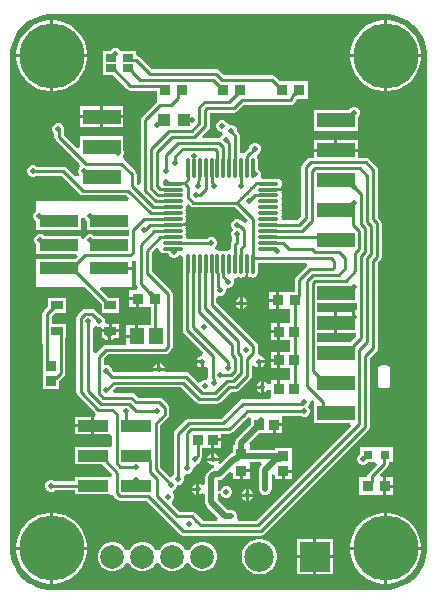
<source format=gtl>
G04*
G04 #@! TF.GenerationSoftware,Altium Limited,Altium Designer,24.9.1 (31)*
G04*
G04 Layer_Physical_Order=1*
G04 Layer_Color=255*
%FSLAX44Y44*%
%MOMM*%
G71*
G04*
G04 #@! TF.SameCoordinates,573C6FB0-CD79-483D-94B5-B6DABAD4C9EF*
G04*
G04*
G04 #@! TF.FilePolarity,Positive*
G04*
G01*
G75*
%ADD12C,0.5080*%
%ADD16C,0.2540*%
%ADD18O,0.3000X1.8000*%
%ADD19O,1.8000X0.3000*%
%ADD20R,3.1800X1.2700*%
%ADD21R,0.9121X0.9581*%
%ADD22R,0.8500X0.9000*%
%ADD23R,0.9000X0.8500*%
%ADD24R,0.9350X0.9621*%
%ADD25R,0.8500X0.6500*%
%ADD26R,0.9906X0.7112*%
%ADD27R,2.5000X1.0000*%
%ADD28R,3.3000X1.0200*%
%ADD29R,1.3046X1.4562*%
%ADD30R,0.9581X0.9121*%
%ADD31R,1.0637X1.0621*%
%ADD32R,0.8000X0.8000*%
%ADD45C,0.5000*%
%ADD46R,2.5000X2.5000*%
%ADD47C,2.0000*%
%ADD48C,5.5000*%
%ADD49C,2.5000*%
G36*
X495751Y608857D02*
X498010D01*
X502490Y608268D01*
X506854Y607098D01*
X511028Y605369D01*
X514941Y603110D01*
X518526Y600359D01*
X521720Y597164D01*
X524471Y593580D01*
X526730Y589667D01*
X528459Y585493D01*
X529628Y581129D01*
X530218Y576649D01*
Y574390D01*
X530300D01*
X530300Y156429D01*
X530300Y156429D01*
X530300D01*
X530274Y153900D01*
X529719Y149690D01*
X528550Y145326D01*
X526821Y141152D01*
X524562Y137239D01*
X521811Y133654D01*
X518616Y130459D01*
X515032Y127709D01*
X511119Y125450D01*
X506945Y123721D01*
X502580Y122551D01*
X498101Y121962D01*
X495842D01*
Y121920D01*
X210008D01*
X205529Y122510D01*
X201164Y123679D01*
X196990Y125408D01*
X193077Y127667D01*
X189493Y130418D01*
X186298Y133613D01*
X183547Y137197D01*
X181288Y141110D01*
X179559Y145284D01*
X178390Y149649D01*
X177800Y154128D01*
Y156387D01*
X177800Y574436D01*
X177830D01*
Y576695D01*
X178420Y581175D01*
X179589Y585539D01*
X181318Y589714D01*
X183578Y593626D01*
X186328Y597211D01*
X189523Y600406D01*
X193107Y603156D01*
X197020Y605415D01*
X201195Y607145D01*
X205559Y608314D01*
X209767Y608868D01*
X212298Y608890D01*
X212298Y608890D01*
X212298Y608890D01*
X495751Y608890D01*
Y608857D01*
D02*
G37*
%LPC*%
G36*
X215068Y604065D02*
X213974D01*
Y575295D01*
X242744D01*
Y576390D01*
X242004Y581060D01*
X240543Y585557D01*
X238396Y589770D01*
X235617Y593595D01*
X232274Y596939D01*
X228448Y599718D01*
X224235Y601865D01*
X219738Y603326D01*
X215068Y604065D01*
D02*
G37*
G36*
X211434D02*
X210340D01*
X205670Y603326D01*
X201173Y601865D01*
X196960Y599718D01*
X193134Y596939D01*
X189791Y593595D01*
X187012Y589770D01*
X184865Y585557D01*
X183404Y581060D01*
X182664Y576390D01*
Y575295D01*
X211434D01*
Y604065D01*
D02*
G37*
G36*
X497826Y604029D02*
X496732D01*
Y575259D01*
X525502D01*
Y576353D01*
X524762Y581024D01*
X523301Y585521D01*
X521154Y589734D01*
X518375Y593559D01*
X515032Y596903D01*
X511206Y599682D01*
X506993Y601828D01*
X502496Y603289D01*
X497826Y604029D01*
D02*
G37*
G36*
X494192D02*
X493098D01*
X488428Y603289D01*
X483931Y601828D01*
X479717Y599682D01*
X475892Y596903D01*
X472549Y593559D01*
X469769Y589734D01*
X467623Y585521D01*
X466162Y581024D01*
X465422Y576353D01*
Y575259D01*
X494192D01*
Y604029D01*
D02*
G37*
G36*
X242744Y572755D02*
X213974D01*
Y543985D01*
X215068D01*
X219738Y544725D01*
X224235Y546186D01*
X228448Y548333D01*
X232274Y551112D01*
X235617Y554456D01*
X238396Y558281D01*
X240543Y562494D01*
X242004Y566991D01*
X242744Y571661D01*
Y572755D01*
D02*
G37*
G36*
X211434D02*
X182664D01*
Y571661D01*
X183404Y566991D01*
X184865Y562494D01*
X187012Y558281D01*
X189791Y554456D01*
X193134Y551112D01*
X196960Y548333D01*
X201173Y546186D01*
X205670Y544725D01*
X210340Y543985D01*
X211434D01*
Y572755D01*
D02*
G37*
G36*
X525502Y572719D02*
X496732D01*
Y543949D01*
X497826D01*
X502496Y544689D01*
X506993Y546150D01*
X511206Y548297D01*
X515032Y551076D01*
X518375Y554420D01*
X521154Y558245D01*
X523301Y562458D01*
X524762Y566955D01*
X525502Y571625D01*
Y572719D01*
D02*
G37*
G36*
X494192D02*
X465422D01*
Y571625D01*
X466162Y566955D01*
X467623Y562458D01*
X469769Y558245D01*
X472549Y554420D01*
X475892Y551076D01*
X479717Y548297D01*
X483931Y546150D01*
X488428Y544689D01*
X493098Y543949D01*
X494192D01*
Y572719D01*
D02*
G37*
G36*
X273372Y531378D02*
X256202D01*
Y523758D01*
X273372D01*
Y531378D01*
D02*
G37*
G36*
X253662D02*
X236492D01*
Y523758D01*
X253662D01*
Y531378D01*
D02*
G37*
G36*
X273372Y521218D02*
X256202D01*
Y513598D01*
X273372D01*
Y521218D01*
D02*
G37*
G36*
X253662D02*
X236492D01*
Y513598D01*
X253662D01*
Y521218D01*
D02*
G37*
G36*
X469632Y530820D02*
X467627D01*
X465775Y530053D01*
X464357Y528635D01*
X464227Y528320D01*
X434970D01*
Y510540D01*
X471850D01*
Y521872D01*
X472903Y522925D01*
X473670Y524777D01*
Y526782D01*
X472903Y528635D01*
X471485Y530053D01*
X469632Y530820D01*
D02*
G37*
G36*
X471850Y502920D02*
X454680D01*
Y495300D01*
X471850D01*
Y502920D01*
D02*
G37*
G36*
X452140D02*
X434970D01*
Y495300D01*
X452140D01*
Y502920D01*
D02*
G37*
G36*
X267703Y580350D02*
X265697D01*
X263845Y579583D01*
X262427Y578165D01*
X262247Y577730D01*
X256470D01*
Y566150D01*
Y557650D01*
X264556D01*
X276583Y545624D01*
X277843Y544782D01*
X279329Y544486D01*
X301861D01*
Y537479D01*
X301861D01*
X301934Y534939D01*
X289383Y522388D01*
X288541Y521128D01*
X288245Y519641D01*
Y466086D01*
X285705Y464857D01*
X284555Y465758D01*
Y473588D01*
X284259Y475075D01*
X283417Y476335D01*
X274405Y485347D01*
X274052Y485583D01*
X273562Y486896D01*
X273418Y487885D01*
X273416Y487991D01*
X273511Y488622D01*
X273540Y488700D01*
X274280Y490488D01*
Y492492D01*
X273513Y494345D01*
X273372Y494486D01*
Y505978D01*
X236492D01*
Y496703D01*
X234145Y495731D01*
X222767Y507109D01*
Y509085D01*
X223480Y510807D01*
Y512812D01*
X222713Y514665D01*
X221295Y516083D01*
X219443Y516850D01*
X217437D01*
X215585Y516083D01*
X214167Y514665D01*
X213400Y512812D01*
Y510807D01*
X214167Y508955D01*
X214997Y508125D01*
Y505500D01*
X215293Y504013D01*
X216135Y502753D01*
X235981Y482907D01*
X236492Y480578D01*
X236054Y479701D01*
X235757Y479105D01*
X235488Y478454D01*
X234990Y477253D01*
Y475247D01*
X235652Y473649D01*
X235695Y473154D01*
X235535Y472533D01*
X232713Y471763D01*
X225479Y478997D01*
X224219Y479839D01*
X222732Y480135D01*
X200093D01*
X199705Y480523D01*
X197852Y481290D01*
X195847D01*
X193995Y480523D01*
X192577Y479105D01*
X191810Y477253D01*
Y475247D01*
X192577Y473395D01*
X193995Y471977D01*
X195847Y471210D01*
X197852D01*
X199705Y471977D01*
X200093Y472365D01*
X221123D01*
X236495Y456993D01*
X237755Y456151D01*
X239242Y455855D01*
X275655D01*
X278313Y453197D01*
X277341Y450850D01*
X199390D01*
Y442553D01*
X199075Y442423D01*
X197657Y441005D01*
X196890Y439152D01*
Y437147D01*
X197657Y435295D01*
X199075Y433877D01*
X199640Y433643D01*
Y426380D01*
X237720D01*
Y436689D01*
X240070Y437147D01*
X240837Y435295D01*
X242255Y433877D01*
X242340Y433842D01*
Y426380D01*
X277805D01*
Y421660D01*
X248408D01*
X247965Y422103D01*
X246112Y422870D01*
X244107D01*
X242255Y422103D01*
X240837Y420685D01*
X240219Y419192D01*
X240070Y418833D01*
X238577Y419124D01*
X237720Y421309D01*
Y421660D01*
X206498D01*
X206055Y422103D01*
X204202Y422870D01*
X202197D01*
X200345Y422103D01*
X199902Y421660D01*
X199640D01*
Y421398D01*
X198927Y420685D01*
X198160Y418833D01*
Y416828D01*
X198927Y414975D01*
X199640Y414262D01*
Y406380D01*
X233628D01*
X234600Y404033D01*
X232226Y401660D01*
X199640D01*
Y386879D01*
X199390Y386630D01*
X199390D01*
Y378460D01*
X240146D01*
X255037Y363569D01*
Y356444D01*
X270023D01*
Y368636D01*
X260958D01*
X253480Y376113D01*
X254452Y378460D01*
X280670D01*
Y386130D01*
X280420Y386380D01*
Y392750D01*
X261380D01*
Y395290D01*
X280420D01*
Y400287D01*
X281865Y401273D01*
X284405Y400108D01*
Y380499D01*
X284701Y379013D01*
X285417Y377941D01*
X285160Y376809D01*
X284576Y375401D01*
X278419D01*
Y369570D01*
X285750D01*
Y368300D01*
X287020D01*
Y361199D01*
X296405D01*
Y346371D01*
X286144D01*
Y336550D01*
X284874D01*
Y335280D01*
X275811D01*
Y329005D01*
X259046D01*
X257560Y328709D01*
X256299Y327867D01*
X250265Y321832D01*
X249258Y321967D01*
X247725Y322723D01*
Y343569D01*
X248757Y344248D01*
X250265Y344840D01*
X251744Y344227D01*
X253749D01*
X255037Y343366D01*
Y342310D01*
X261260D01*
Y347136D01*
X258541D01*
X257787Y348264D01*
Y350269D01*
X257020Y352122D01*
X255602Y353540D01*
X253749Y354307D01*
X253201D01*
X249200Y358307D01*
X247940Y359149D01*
X246454Y359445D01*
X241226D01*
X239740Y359149D01*
X238479Y358307D01*
X234783Y354610D01*
X233941Y353350D01*
X233645Y351864D01*
Y289088D01*
X233941Y287601D01*
X234783Y286341D01*
X249511Y271613D01*
X250621Y270871D01*
X250650Y270685D01*
X249370Y268331D01*
X248600D01*
Y260791D01*
Y253251D01*
X261595D01*
X262370Y253251D01*
X264135Y251443D01*
Y244740D01*
X262370Y242931D01*
X232290D01*
Y227851D01*
X255674D01*
X255813Y227643D01*
X264103Y219354D01*
X262333Y217531D01*
X261595Y217531D01*
X232290D01*
Y213876D01*
X215333D01*
X215166Y214043D01*
X213313Y214811D01*
X211308D01*
X209456Y214043D01*
X208038Y212626D01*
X207271Y210773D01*
Y208768D01*
X208038Y206916D01*
X209456Y205498D01*
X211308Y204731D01*
X213313D01*
X215166Y205498D01*
X215774Y206107D01*
X232290D01*
Y202451D01*
X261959D01*
X263027Y202225D01*
X264592Y201685D01*
X265273Y200666D01*
X267505Y198434D01*
X268765Y197592D01*
X270252Y197297D01*
X292510D01*
X321103Y168703D01*
X322363Y167861D01*
X323850Y167565D01*
X389890D01*
X391377Y167861D01*
X392637Y168703D01*
X480947Y257013D01*
X481789Y258273D01*
X482085Y259760D01*
Y317841D01*
X487887Y323643D01*
X488729Y324903D01*
X489025Y326390D01*
Y398760D01*
X491107Y400842D01*
X491949Y402103D01*
X492245Y403589D01*
Y432071D01*
X491949Y433557D01*
X491107Y434818D01*
X489025Y436900D01*
Y477302D01*
X488729Y478789D01*
X487887Y480049D01*
X481319Y486617D01*
X480059Y487459D01*
X478572Y487755D01*
X471850D01*
Y492760D01*
X453410D01*
X434970D01*
Y487755D01*
X432018D01*
X430531Y487459D01*
X429271Y486617D01*
X425243Y482589D01*
X424401Y481329D01*
X424105Y479842D01*
Y438053D01*
X420747Y434695D01*
X408503D01*
X407719Y435650D01*
X407406Y437226D01*
X406788Y438150D01*
X407406Y439074D01*
X407719Y440650D01*
X407406Y442226D01*
X406788Y443150D01*
X407406Y444074D01*
X407719Y445650D01*
X407406Y447226D01*
X406788Y448150D01*
X407406Y449074D01*
X407719Y450650D01*
X407406Y452226D01*
X406788Y453150D01*
X407406Y454074D01*
X407719Y455650D01*
X407406Y457226D01*
X406788Y458150D01*
X407406Y459074D01*
X407467Y459380D01*
X405290D01*
X405177Y459456D01*
X403600Y459770D01*
X396100D01*
Y461530D01*
X403600D01*
X405177Y461844D01*
X405290Y461920D01*
X407467D01*
X407406Y462226D01*
X406788Y463150D01*
X407406Y464074D01*
X407719Y465650D01*
X407406Y467226D01*
X406513Y468563D01*
X405176Y469456D01*
X403600Y469769D01*
X391540D01*
X391353Y469806D01*
X391090Y469967D01*
X389716Y472385D01*
X389850Y472707D01*
Y474712D01*
X389083Y476565D01*
X387665Y477983D01*
X387219Y478167D01*
Y486150D01*
X386906Y487726D01*
X386781Y487913D01*
X387409Y490801D01*
X387553Y490981D01*
X387665Y491027D01*
X389083Y492445D01*
X389850Y494297D01*
Y496302D01*
X389083Y498155D01*
X387665Y499573D01*
X385812Y500340D01*
X383807D01*
X381955Y499573D01*
X380537Y498155D01*
X379770Y496302D01*
Y495754D01*
X378363Y494347D01*
X378154Y494207D01*
X375713Y491766D01*
X373290Y491517D01*
X371985Y492646D01*
Y506264D01*
X371689Y507751D01*
X370847Y509011D01*
X369530Y510328D01*
Y511543D01*
X368763Y513395D01*
X367345Y514813D01*
X365493Y515580D01*
X363488D01*
X361143Y517205D01*
X359725Y518623D01*
X357873Y519390D01*
X355868D01*
X354015Y518623D01*
X352597Y517205D01*
X351830Y515353D01*
Y513348D01*
X352597Y511495D01*
X354015Y510077D01*
X355868Y509310D01*
X356624D01*
X356933Y508765D01*
X357402Y506770D01*
X356407Y505775D01*
X355640Y503923D01*
X355532Y503834D01*
X354527Y504034D01*
X341142D01*
X340170Y506381D01*
X345607Y511818D01*
X346449Y513078D01*
X346744Y514565D01*
Y525705D01*
X367030D01*
X368517Y526001D01*
X369777Y526843D01*
X375258Y532325D01*
X414389D01*
X415876Y532620D01*
X417136Y533462D01*
X419368Y535694D01*
X420210Y536955D01*
X420315Y537479D01*
X429659D01*
Y552181D01*
X406415D01*
X402398Y556198D01*
X401137Y557040D01*
X399651Y557335D01*
X358448D01*
X354236Y561547D01*
X352976Y562389D01*
X351490Y562685D01*
X297519D01*
X286957Y573247D01*
X285697Y574089D01*
X284550Y574317D01*
Y577730D01*
X271153D01*
X270973Y578165D01*
X269555Y579583D01*
X267703Y580350D01*
D02*
G37*
G36*
X284480Y367030D02*
X278419D01*
Y361199D01*
X284480D01*
Y367030D01*
D02*
G37*
G36*
X270023Y347136D02*
X263800D01*
Y342310D01*
X270023D01*
Y347136D01*
D02*
G37*
G36*
X283604Y346371D02*
X275811D01*
Y337820D01*
X283604D01*
Y346371D01*
D02*
G37*
G36*
X270023Y339770D02*
X255037D01*
Y334944D01*
X257368D01*
X258765Y333547D01*
X260350Y332891D01*
Y337820D01*
X262890D01*
Y332891D01*
X264475Y333547D01*
X265872Y334944D01*
X270023D01*
Y339770D01*
D02*
G37*
G36*
X496570Y311835D02*
X491490D01*
X490499Y311638D01*
X489659Y311076D01*
X489097Y310236D01*
X488900Y309245D01*
Y295275D01*
X489097Y294284D01*
X489659Y293444D01*
X490499Y292882D01*
X491490Y292685D01*
X496570D01*
X497561Y292882D01*
X498401Y293444D01*
X498963Y294284D01*
X499160Y295275D01*
Y309245D01*
X498963Y310236D01*
X498401Y311076D01*
X497561Y311638D01*
X496570Y311835D01*
D02*
G37*
G36*
X225023Y368636D02*
X210037D01*
Y361938D01*
X206020Y357921D01*
X205178Y356661D01*
X204882Y355174D01*
Y330274D01*
X204975Y329806D01*
Y314280D01*
X205050Y313905D01*
Y304510D01*
Y291510D01*
X219130D01*
Y298708D01*
X223147Y302725D01*
X223989Y303985D01*
X224285Y305472D01*
Y334944D01*
X225023D01*
Y347136D01*
X212652D01*
Y353565D01*
X215531Y356444D01*
X225023D01*
Y368636D01*
D02*
G37*
G36*
X246060Y268331D02*
X232290D01*
Y262061D01*
X246060D01*
Y268331D01*
D02*
G37*
G36*
Y259521D02*
X232290D01*
Y253251D01*
X246060D01*
Y259521D01*
D02*
G37*
G36*
X502049Y216901D02*
X496104D01*
Y210820D01*
X502049D01*
Y216901D01*
D02*
G37*
G36*
Y208280D02*
X496104D01*
Y202199D01*
X502049D01*
Y208280D01*
D02*
G37*
G36*
X488697Y242804D02*
X486777D01*
X486157Y242804D01*
X473697D01*
Y236808D01*
X473395Y236683D01*
X471977Y235265D01*
X471210Y233412D01*
Y231408D01*
X471977Y229555D01*
X473395Y228137D01*
X475247Y227370D01*
X477253D01*
X479105Y228137D01*
X480523Y229555D01*
X480593Y229724D01*
X486329D01*
X487807Y227611D01*
X481184Y220988D01*
X480342Y219728D01*
X480047Y218241D01*
Y216901D01*
X473311D01*
Y202199D01*
X493564D01*
Y209550D01*
Y216901D01*
X491403D01*
X490431Y219247D01*
X496777Y225593D01*
X497619Y226853D01*
X497915Y228340D01*
Y229724D01*
X501777D01*
Y242804D01*
X489317D01*
X488697Y242804D01*
D02*
G37*
G36*
X215040Y186886D02*
X213946D01*
Y158116D01*
X242716D01*
Y159210D01*
X241976Y163880D01*
X240515Y168377D01*
X238369Y172590D01*
X235589Y176415D01*
X232246Y179759D01*
X228421Y182538D01*
X224207Y184685D01*
X219711Y186146D01*
X215040Y186886D01*
D02*
G37*
G36*
X211406D02*
X210312D01*
X205642Y186146D01*
X201145Y184685D01*
X196932Y182538D01*
X193106Y179759D01*
X189763Y176415D01*
X186984Y172590D01*
X184837Y168377D01*
X183376Y163880D01*
X182636Y159210D01*
Y158116D01*
X211406D01*
Y186886D01*
D02*
G37*
G36*
X497781Y186867D02*
X496687D01*
Y158097D01*
X525457D01*
Y159191D01*
X524717Y163861D01*
X523256Y168358D01*
X521109Y172571D01*
X518330Y176397D01*
X514986Y179740D01*
X511161Y182519D01*
X506948Y184666D01*
X502451Y186127D01*
X497781Y186867D01*
D02*
G37*
G36*
X494147D02*
X493052D01*
X488382Y186127D01*
X483885Y184666D01*
X479672Y182519D01*
X475847Y179740D01*
X472503Y176397D01*
X469724Y172571D01*
X467578Y168358D01*
X466116Y163861D01*
X465377Y159191D01*
Y158097D01*
X494147D01*
Y186867D01*
D02*
G37*
G36*
X342011Y162400D02*
X338709D01*
X335520Y161545D01*
X332660Y159895D01*
X330326Y157560D01*
X329073Y155391D01*
X328320Y155177D01*
X327000D01*
X326247Y155391D01*
X324995Y157560D01*
X322660Y159895D01*
X319800Y161545D01*
X316611Y162400D01*
X313309D01*
X310120Y161545D01*
X307260Y159895D01*
X304925Y157560D01*
X303673Y155391D01*
X302920Y155177D01*
X301600D01*
X300847Y155391D01*
X299594Y157560D01*
X297260Y159895D01*
X294400Y161545D01*
X291211Y162400D01*
X287909D01*
X284720Y161545D01*
X281860Y159895D01*
X279526Y157560D01*
X278273Y155391D01*
X277520Y155177D01*
X276200D01*
X275447Y155391D01*
X274195Y157560D01*
X271860Y159895D01*
X269000Y161545D01*
X265811Y162400D01*
X262509D01*
X259320Y161545D01*
X256460Y159895D01*
X254125Y157560D01*
X252475Y154700D01*
X251620Y151511D01*
Y148209D01*
X252475Y145020D01*
X254125Y142160D01*
X256460Y139825D01*
X259320Y138175D01*
X262509Y137320D01*
X265811D01*
X269000Y138175D01*
X271860Y139825D01*
X274195Y142160D01*
X275447Y144329D01*
X276200Y144543D01*
X277520D01*
X278273Y144329D01*
X279526Y142160D01*
X281860Y139825D01*
X284720Y138175D01*
X287909Y137320D01*
X291211D01*
X294400Y138175D01*
X297260Y139825D01*
X299594Y142160D01*
X300847Y144329D01*
X301600Y144543D01*
X302920D01*
X303673Y144329D01*
X304925Y142160D01*
X307260Y139825D01*
X310120Y138175D01*
X313309Y137320D01*
X316611D01*
X319800Y138175D01*
X322660Y139825D01*
X324995Y142160D01*
X326247Y144329D01*
X327000Y144543D01*
X328320D01*
X329073Y144329D01*
X330326Y142160D01*
X332660Y139825D01*
X335520Y138175D01*
X338709Y137320D01*
X342011D01*
X345200Y138175D01*
X348060Y139825D01*
X350395Y142160D01*
X352045Y145020D01*
X352900Y148209D01*
Y151511D01*
X352045Y154700D01*
X350395Y157560D01*
X348060Y159895D01*
X345200Y161545D01*
X342011Y162400D01*
D02*
G37*
G36*
X450650Y164900D02*
X436880D01*
Y151130D01*
X450650D01*
Y164900D01*
D02*
G37*
G36*
X434340D02*
X420570D01*
Y151130D01*
X434340D01*
Y164900D01*
D02*
G37*
G36*
X450650Y148590D02*
X436880D01*
Y134820D01*
X450650D01*
Y148590D01*
D02*
G37*
G36*
X434340D02*
X420570D01*
Y134820D01*
X434340D01*
Y148590D01*
D02*
G37*
G36*
X390101Y164900D02*
X387139D01*
X384233Y164322D01*
X381496Y163188D01*
X379033Y161542D01*
X376938Y159447D01*
X375292Y156984D01*
X374158Y154247D01*
X373580Y151341D01*
Y148379D01*
X374158Y145473D01*
X375292Y142736D01*
X376938Y140273D01*
X379033Y138178D01*
X381496Y136532D01*
X384233Y135398D01*
X387139Y134820D01*
X390101D01*
X393007Y135398D01*
X395744Y136532D01*
X398207Y138178D01*
X400302Y140273D01*
X401948Y142736D01*
X403082Y145473D01*
X403660Y148379D01*
Y151341D01*
X403082Y154247D01*
X401948Y156984D01*
X400302Y159447D01*
X398207Y161542D01*
X395744Y163188D01*
X393007Y164322D01*
X390101Y164900D01*
D02*
G37*
G36*
X242716Y155576D02*
X213946D01*
Y126806D01*
X215040D01*
X219711Y127545D01*
X224207Y129007D01*
X228421Y131153D01*
X232246Y133933D01*
X235589Y137276D01*
X238369Y141101D01*
X240515Y145314D01*
X241976Y149811D01*
X242716Y154481D01*
Y155576D01*
D02*
G37*
G36*
X211406D02*
X182636D01*
Y154481D01*
X183376Y149811D01*
X184837Y145314D01*
X186984Y141101D01*
X189763Y137276D01*
X193106Y133933D01*
X196932Y131153D01*
X201145Y129007D01*
X205642Y127545D01*
X210312Y126806D01*
X211406D01*
Y155576D01*
D02*
G37*
G36*
X525457Y155557D02*
X496687D01*
Y126787D01*
X497781D01*
X502451Y127527D01*
X506948Y128988D01*
X511161Y131134D01*
X514986Y133914D01*
X518330Y137257D01*
X521109Y141082D01*
X523256Y145295D01*
X524717Y149792D01*
X525457Y154463D01*
Y155557D01*
D02*
G37*
G36*
X494147D02*
X465377D01*
Y154463D01*
X466116Y149792D01*
X467578Y145295D01*
X469724Y141082D01*
X472503Y137257D01*
X475847Y133914D01*
X479672Y131134D01*
X483885Y128988D01*
X488382Y127527D01*
X493052Y126787D01*
X494147D01*
Y155557D01*
D02*
G37*
%LPD*%
G36*
X329959Y446833D02*
X331220Y445991D01*
X332706Y445695D01*
X367761D01*
X378599Y434857D01*
X378398Y433327D01*
X375728Y432406D01*
X375328Y432806D01*
X374067Y433648D01*
X373458Y433769D01*
X372425Y434803D01*
X370573Y435570D01*
X368568D01*
X366715Y434803D01*
X365297Y433385D01*
X364530Y431533D01*
Y429528D01*
X365297Y427675D01*
X366252Y426720D01*
X365297Y425765D01*
X364530Y423913D01*
Y421908D01*
X365297Y420055D01*
X365685Y419667D01*
Y417296D01*
X365353Y416964D01*
X364511Y415704D01*
X364215Y414217D01*
Y410185D01*
X363100Y409269D01*
X361524Y408956D01*
X360600Y408338D01*
X359676Y408956D01*
X358100Y409269D01*
X356524Y408956D01*
X355600Y408338D01*
X354676Y408956D01*
X353100Y409269D01*
X352420Y409134D01*
X351323Y411505D01*
X352253Y412435D01*
X353020Y414287D01*
Y416292D01*
X352253Y418145D01*
X350835Y419563D01*
X348983Y420330D01*
X346978D01*
X345125Y419563D01*
X344737Y419175D01*
X327930D01*
X326719Y420650D01*
X326406Y422226D01*
X325788Y423150D01*
X326406Y424074D01*
X326719Y425650D01*
X326406Y427226D01*
X325788Y428150D01*
X326406Y429074D01*
X326466Y429380D01*
X324290D01*
X324176Y429456D01*
X322600Y429770D01*
X315100D01*
Y431530D01*
X322600D01*
X324176Y431844D01*
X324290Y431920D01*
X326466D01*
X326406Y432226D01*
X325788Y433150D01*
X326406Y434074D01*
X326719Y435650D01*
X326406Y437226D01*
X325788Y438150D01*
X326406Y439074D01*
X326719Y440650D01*
X326406Y442226D01*
X325788Y443150D01*
X326406Y444074D01*
X326719Y445650D01*
X326513Y446688D01*
X328281Y448043D01*
X328580Y448173D01*
X328619Y448173D01*
X329959Y446833D01*
D02*
G37*
G36*
X428513Y397325D02*
X428695Y396165D01*
X419524Y386994D01*
X418682Y385734D01*
X418386Y384247D01*
Y374131D01*
X405480D01*
Y367030D01*
Y359929D01*
X414865D01*
Y347400D01*
X406250D01*
Y340360D01*
Y333320D01*
X414865D01*
Y323270D01*
X406250D01*
Y316230D01*
Y309190D01*
X414865D01*
Y299140D01*
X406250D01*
Y292100D01*
X403710D01*
Y299140D01*
X398190D01*
Y296206D01*
X395650Y295700D01*
X395433Y296225D01*
X394015Y297643D01*
X392430Y298299D01*
Y293370D01*
Y288441D01*
X394015Y289097D01*
X395433Y290515D01*
X395650Y291040D01*
X398190Y290534D01*
Y285060D01*
X396441Y283245D01*
X374610D01*
X373123Y282949D01*
X371863Y282107D01*
X356531Y266775D01*
X328898D01*
X327411Y266479D01*
X326151Y265637D01*
X317293Y256779D01*
X316451Y255519D01*
X316155Y254032D01*
Y219143D01*
X315767Y218755D01*
X315496Y218100D01*
X312663Y217353D01*
X312648Y217356D01*
X304525Y225479D01*
Y260931D01*
X307519Y263925D01*
X307621Y263993D01*
X311317Y267689D01*
X312159Y268950D01*
X312455Y270436D01*
Y275664D01*
X312159Y277150D01*
X311317Y278410D01*
X306637Y283090D01*
X305377Y283932D01*
X303890Y284228D01*
X286014D01*
X282975Y287267D01*
X281714Y288109D01*
X280228Y288405D01*
X265492D01*
X264688Y290945D01*
X266944Y293200D01*
X322336D01*
X335073Y280463D01*
X336333Y279621D01*
X337820Y279325D01*
X353060D01*
X354547Y279621D01*
X355807Y280463D01*
X364869Y289525D01*
X368772D01*
X370259Y289821D01*
X371519Y290663D01*
X381167Y300311D01*
X382009Y301571D01*
X382305Y303058D01*
Y310829D01*
X382521Y310964D01*
X384845Y311608D01*
X385765Y310687D01*
X387350Y310031D01*
Y314960D01*
X388620D01*
Y316230D01*
X393549D01*
X392893Y317815D01*
X391475Y319233D01*
X389622Y320000D01*
X389279D01*
X389203Y320035D01*
X387371Y322438D01*
X387385Y322506D01*
Y323649D01*
X387425Y323850D01*
Y327780D01*
X387129Y329267D01*
X386287Y330527D01*
X351985Y364829D01*
Y369213D01*
X354525Y370910D01*
X354598Y370880D01*
X356603D01*
X358455Y371647D01*
X359873Y373065D01*
X360640Y374917D01*
X360911Y376959D01*
X362952Y377230D01*
X364805Y377997D01*
X366223Y379415D01*
X366990Y381268D01*
Y383273D01*
X366814Y383697D01*
X367349Y384668D01*
X368547Y386120D01*
X369676Y386344D01*
X370600Y386962D01*
X371524Y386344D01*
X373100Y386031D01*
X374676Y386344D01*
X375600Y386962D01*
X376524Y386344D01*
X376830Y386283D01*
Y388460D01*
X376906Y388573D01*
X377220Y390150D01*
Y397650D01*
X378980D01*
Y390150D01*
X379294Y388573D01*
X379370Y388460D01*
Y386283D01*
X379676Y386344D01*
X380600Y386962D01*
X381524Y386344D01*
X383100Y386031D01*
X384676Y386344D01*
X386013Y387237D01*
X386906Y388574D01*
X387219Y390150D01*
Y398705D01*
X427785D01*
X428513Y397325D01*
D02*
G37*
G36*
X471095Y359077D02*
X469900Y358279D01*
Y353060D01*
X467360D01*
Y357989D01*
X465775Y357333D01*
X465312Y356870D01*
X454680D01*
Y347980D01*
Y339090D01*
X470277D01*
X470756Y336550D01*
X465676Y331470D01*
X437585D01*
Y339090D01*
X452140D01*
Y347980D01*
Y356870D01*
X437585D01*
Y364490D01*
X471095D01*
Y359077D01*
D02*
G37*
G36*
X301936Y410912D02*
X303596Y410070D01*
X303794Y409074D01*
X304687Y407737D01*
X306024Y406844D01*
X307600Y406531D01*
X311247D01*
X311957Y404815D01*
X313375Y403397D01*
X315228Y402630D01*
X317232D01*
X319085Y403397D01*
X320503Y404815D01*
X321874Y405261D01*
X323981Y403869D01*
Y392193D01*
X323775Y391160D01*
Y341630D01*
X324071Y340143D01*
X324913Y338883D01*
X341256Y322540D01*
X340204Y320000D01*
X339357D01*
X337505Y319233D01*
X336087Y317815D01*
X335431Y316230D01*
X340360D01*
Y314960D01*
X341630D01*
Y310031D01*
X342865Y310543D01*
X344323Y309978D01*
X345405Y309286D01*
Y301807D01*
X344402Y300387D01*
X343061Y299680D01*
X341898D01*
X340045Y298913D01*
X338627Y297495D01*
X336977Y297167D01*
X329137Y305007D01*
X327877Y305849D01*
X326390Y306145D01*
X309547D01*
X308749Y307340D01*
X298311D01*
X297513Y306145D01*
X265769D01*
X264120Y307794D01*
Y308342D01*
X263353Y310195D01*
X261935Y311613D01*
X260082Y312380D01*
X258078D01*
X256655Y313331D01*
Y317235D01*
X260655Y321235D01*
X308752D01*
X310239Y321531D01*
X311499Y322373D01*
X314070Y324944D01*
X314912Y326204D01*
X315208Y327691D01*
Y372006D01*
X314912Y373493D01*
X314070Y374753D01*
X297255Y391568D01*
Y407320D01*
X301005Y411070D01*
X301936Y410912D01*
D02*
G37*
G36*
X435162Y281134D02*
X434970Y280670D01*
X434970D01*
Y262890D01*
X464898D01*
X465870Y260543D01*
X385741Y180415D01*
X371159D01*
X370614Y180922D01*
X369415Y182869D01*
X369530Y183148D01*
Y183449D01*
X369669Y184150D01*
X369530Y184851D01*
Y185152D01*
X369415Y185431D01*
X369275Y186132D01*
X368878Y186727D01*
X368763Y187005D01*
X368550Y187218D01*
X368153Y187812D01*
X367558Y188210D01*
X367345Y188423D01*
X367067Y188538D01*
X366472Y188935D01*
X365771Y189075D01*
X365493Y189190D01*
X365191D01*
X364490Y189329D01*
X361862D01*
X353198Y197994D01*
Y203231D01*
X355640Y203467D01*
X355805Y203069D01*
X356407Y201615D01*
X357825Y200197D01*
X359678Y199430D01*
X361683D01*
X363535Y200197D01*
X364953Y201615D01*
X365720Y203468D01*
Y205473D01*
X364953Y207325D01*
X363535Y208743D01*
X361683Y209510D01*
X359678D01*
X357825Y208743D01*
X356407Y207325D01*
X355805Y205871D01*
X355640Y205473D01*
X353198Y205709D01*
Y214571D01*
X354494D01*
X356476Y214965D01*
X358156Y216087D01*
X363739Y221670D01*
X366279Y220618D01*
Y215269D01*
X372110D01*
Y222600D01*
X373380D01*
Y223870D01*
X380481D01*
Y230070D01*
X389607D01*
X390579Y227724D01*
X390037Y227183D01*
X388915Y225502D01*
X388521Y223520D01*
Y207010D01*
X388660Y206309D01*
Y206007D01*
X388775Y205729D01*
X388915Y205028D01*
X389312Y204433D01*
X389427Y204155D01*
X389640Y203942D01*
X390037Y203347D01*
X390632Y202950D01*
X390845Y202737D01*
X391123Y202622D01*
X391718Y202225D01*
X392419Y202085D01*
X392697Y201970D01*
X392999D01*
X393700Y201831D01*
X394401Y201970D01*
X394702D01*
X394981Y202085D01*
X395682Y202225D01*
X396277Y202622D01*
X396555Y202737D01*
X396768Y202950D01*
X397363Y203347D01*
X397760Y203942D01*
X397973Y204155D01*
X398088Y204433D01*
X398485Y205028D01*
X398625Y205729D01*
X398740Y206007D01*
Y206309D01*
X398880Y207010D01*
Y219578D01*
X399360Y219899D01*
X401900Y218542D01*
Y215460D01*
X407670D01*
Y222250D01*
X408940D01*
Y223520D01*
X415980D01*
Y228460D01*
Y242040D01*
X401900D01*
Y240429D01*
X380481D01*
Y244471D01*
X380481D01*
X379972Y245697D01*
X388855Y254580D01*
X400050D01*
Y261620D01*
X401320D01*
Y262890D01*
X408110D01*
Y268660D01*
X410441Y269165D01*
X423477D01*
X423865Y268777D01*
X425718Y268010D01*
X427723D01*
X429575Y268777D01*
X430993Y270195D01*
X431760Y272048D01*
Y274053D01*
X430993Y275905D01*
X430038Y276860D01*
X430993Y277815D01*
X431760Y279667D01*
Y280928D01*
X433979Y282151D01*
X434107Y282179D01*
X435162Y281134D01*
D02*
G37*
G36*
X381530Y267066D02*
Y261905D01*
X369717Y250093D01*
X368595Y248412D01*
X368200Y246430D01*
Y244471D01*
X366279D01*
Y237564D01*
X364733Y237256D01*
X363053Y236133D01*
X363053Y236133D01*
X358247Y231328D01*
X357242Y229823D01*
X355418Y227999D01*
X353523Y229555D01*
X354179Y231140D01*
X344321D01*
X344977Y229555D01*
X346395Y228137D01*
X348247Y227370D01*
X349809D01*
X350060Y224830D01*
X348578Y224535D01*
X346898Y223412D01*
X344356Y220871D01*
X343233Y219191D01*
X342839Y217208D01*
Y211168D01*
X342732Y211098D01*
X340299Y210389D01*
X339405Y211283D01*
X337820Y211939D01*
Y207010D01*
Y202081D01*
X339405Y202737D01*
X340299Y203631D01*
X342732Y202922D01*
X342839Y202852D01*
Y195848D01*
X343233Y193866D01*
X344356Y192186D01*
X353587Y182955D01*
X352535Y180415D01*
X340699D01*
X338055Y183059D01*
X337987Y183160D01*
X334291Y186857D01*
X333030Y187699D01*
X331544Y187995D01*
X320385D01*
X314378Y194002D01*
X314795Y197177D01*
X315423Y197805D01*
X316190Y199657D01*
Y201663D01*
X315423Y203515D01*
X316147Y206383D01*
X316545Y206547D01*
X317963Y207965D01*
X318730Y209818D01*
Y210009D01*
X319037Y210860D01*
X321043D01*
X322895Y211627D01*
X324313Y213045D01*
X325080Y214897D01*
Y216903D01*
X324704Y217810D01*
X326621Y219765D01*
X326657Y219750D01*
X328662D01*
X330515Y220517D01*
X331933Y221935D01*
X332700Y223787D01*
Y225023D01*
X332812Y225877D01*
X334796Y227370D01*
X335013D01*
X336865Y228137D01*
X338283Y229555D01*
X339050Y231408D01*
Y232648D01*
X339839Y233829D01*
X340135Y235316D01*
Y241880D01*
X347980D01*
Y248920D01*
X349250D01*
Y250190D01*
X356040D01*
Y253925D01*
X363220D01*
X364707Y254221D01*
X365967Y255063D01*
X377927Y267023D01*
X377992Y267121D01*
X378990Y268119D01*
X381530Y267066D01*
D02*
G37*
%LPC*%
G36*
X402940Y374131D02*
X396879D01*
Y368300D01*
X402940D01*
Y374131D01*
D02*
G37*
G36*
X374650Y369419D02*
Y365760D01*
X378309D01*
X377653Y367345D01*
X376235Y368763D01*
X374650Y369419D01*
D02*
G37*
G36*
X372110D02*
X370525Y368763D01*
X369107Y367345D01*
X368451Y365760D01*
X372110D01*
Y369419D01*
D02*
G37*
G36*
X402940Y365760D02*
X396879D01*
Y359929D01*
X402940D01*
Y365760D01*
D02*
G37*
G36*
X378309Y363220D02*
X374650D01*
Y359561D01*
X376235Y360217D01*
X377653Y361635D01*
X378309Y363220D01*
D02*
G37*
G36*
X372110D02*
X368451D01*
X369107Y361635D01*
X370525Y360217D01*
X372110Y359561D01*
Y363220D01*
D02*
G37*
G36*
X403710Y347400D02*
X398190D01*
Y341630D01*
X403710D01*
Y347400D01*
D02*
G37*
G36*
Y339090D02*
X398190D01*
Y333320D01*
X403710D01*
Y339090D01*
D02*
G37*
G36*
Y323270D02*
X398190D01*
Y317500D01*
X403710D01*
Y323270D01*
D02*
G37*
G36*
X393549Y313690D02*
X389890D01*
Y310031D01*
X391475Y310687D01*
X392893Y312105D01*
X393549Y313690D01*
D02*
G37*
G36*
X403710Y314960D02*
X398190D01*
Y309190D01*
X403710D01*
Y314960D01*
D02*
G37*
G36*
X389890Y298299D02*
X388305Y297643D01*
X386887Y296225D01*
X386231Y294640D01*
X389890D01*
Y298299D01*
D02*
G37*
G36*
Y292100D02*
X386231D01*
X386887Y290515D01*
X388305Y289097D01*
X389890Y288441D01*
Y292100D01*
D02*
G37*
G36*
X339090Y313690D02*
X335431D01*
X336087Y312105D01*
X337505Y310687D01*
X339090Y310031D01*
Y313690D01*
D02*
G37*
G36*
X304800Y313539D02*
Y309880D01*
X308459D01*
X307803Y311465D01*
X306385Y312883D01*
X304800Y313539D01*
D02*
G37*
G36*
X302260D02*
X300675Y312883D01*
X299257Y311465D01*
X298601Y309880D01*
X302260D01*
Y313539D01*
D02*
G37*
G36*
X408110Y260350D02*
X402590D01*
Y254580D01*
X408110D01*
Y260350D01*
D02*
G37*
G36*
X415980Y220980D02*
X410210D01*
Y215460D01*
X415980D01*
Y220980D01*
D02*
G37*
G36*
X380481Y221330D02*
X374650D01*
Y215269D01*
X380481D01*
Y221330D01*
D02*
G37*
G36*
X379730Y206859D02*
Y203200D01*
X383389D01*
X382733Y204785D01*
X381315Y206203D01*
X379730Y206859D01*
D02*
G37*
G36*
X377190D02*
X375605Y206203D01*
X374187Y204785D01*
X373531Y203200D01*
X377190D01*
Y206859D01*
D02*
G37*
G36*
X383389Y200660D02*
X379730D01*
Y197001D01*
X381315Y197657D01*
X382733Y199075D01*
X383389Y200660D01*
D02*
G37*
G36*
X377190D02*
X373531D01*
X374187Y199075D01*
X375605Y197657D01*
X377190Y197001D01*
Y200660D01*
D02*
G37*
G36*
X356040Y247650D02*
X350520D01*
Y241880D01*
X356040D01*
Y247650D01*
D02*
G37*
G36*
X350520Y237339D02*
Y233680D01*
X354179D01*
X353523Y235265D01*
X352105Y236683D01*
X350520Y237339D01*
D02*
G37*
G36*
X347980D02*
X346395Y236683D01*
X344977Y235265D01*
X344321Y233680D01*
X347980D01*
Y237339D01*
D02*
G37*
G36*
X335280Y211939D02*
X333695Y211283D01*
X332277Y209865D01*
X331621Y208280D01*
X335280D01*
Y211939D01*
D02*
G37*
G36*
Y205740D02*
X331621D01*
X332277Y204155D01*
X333695Y202737D01*
X335280Y202081D01*
Y205740D01*
D02*
G37*
%LPD*%
D12*
X361910Y227166D02*
Y227666D01*
X348018Y217208D02*
X350560Y219750D01*
X368941Y232471D02*
X373380Y236910D01*
X366715Y232471D02*
X368941D01*
X350560Y219750D02*
X354494D01*
X361910Y227166D01*
Y227666D02*
X366715Y232471D01*
X348018Y195848D02*
Y217208D01*
X373380Y236910D02*
Y237140D01*
X359717Y184150D02*
X364490D01*
X348018Y195848D02*
X359717Y184150D01*
X375270Y235250D02*
X408690D01*
X388320Y261370D02*
Y261620D01*
X405710Y232270D02*
X408690Y235250D01*
X402450Y232270D02*
X405710D01*
X408690Y235250D02*
X408940D01*
X393700Y207010D02*
Y223520D01*
X402450Y232270D01*
X373380Y246430D02*
X388320Y261370D01*
X373380Y237140D02*
Y246430D01*
Y237140D02*
X375270Y235250D01*
D16*
X354527Y500149D02*
X357940Y496736D01*
X319809Y500149D02*
X354527D01*
X352860Y485140D02*
Y493581D01*
X351372Y495069D02*
X352860Y493581D01*
X323619Y495069D02*
X351372D01*
X317500Y488950D02*
X323619Y495069D01*
X319979Y538419D02*
Y541425D01*
X304869Y532380D02*
X313940D01*
X319979Y538419D01*
Y541425D02*
X323384Y544830D01*
X351490Y558800D02*
X356839Y553451D01*
X295910Y558800D02*
X351490D01*
X349385Y553720D02*
X358140Y544965D01*
X280740Y560460D02*
X287480Y553720D01*
X284210Y570500D02*
X295910Y558800D01*
X287480Y553720D02*
X349385D01*
X279200Y570500D02*
X284210D01*
X280740Y560460D02*
Y561460D01*
X277760Y563440D02*
X278760D01*
X280740Y561460D01*
X431723Y393700D02*
X450632D01*
X452120Y395188D02*
Y400050D01*
X384356Y402590D02*
X449580D01*
X450632Y393700D02*
X452120Y395188D01*
X449580Y402590D02*
X452120Y400050D01*
X402590Y430810D02*
X422356D01*
X427990Y436444D01*
X424460Y425730D02*
X433070Y434340D01*
Y475928D01*
X403860Y425730D02*
X424460D01*
X450590Y420650D02*
X453410Y417830D01*
X396100Y420650D02*
X450590D01*
X427990Y436444D02*
Y479842D01*
X432018Y483870D01*
X433070Y475928D02*
X435932Y478790D01*
X462940Y468630D02*
X474980Y456590D01*
X473492Y478790D02*
X480060Y472222D01*
X432018Y483870D02*
X478572D01*
X480060Y433186D02*
Y472222D01*
X485140Y435291D02*
Y477302D01*
X478572Y483870D02*
X485140Y477302D01*
X435932Y478790D02*
X473492D01*
X358140Y262890D02*
X374610Y279360D01*
X424744D01*
X375180Y269802D02*
X378428Y273050D01*
X426720D01*
X424744Y279360D02*
X426054Y280670D01*
X426720D01*
X447258Y271780D02*
X453410D01*
X428620Y294010D02*
X442178Y280452D01*
Y276860D02*
Y280452D01*
X428620Y294010D02*
Y383412D01*
X442178Y276860D02*
X447258Y271780D01*
X433700Y307340D02*
X443860Y297180D01*
X433700Y307340D02*
Y381308D01*
X254830Y235391D02*
X258560Y231661D01*
X247330Y235391D02*
X254830D01*
X258560Y230390D02*
Y231661D01*
X268020Y203413D02*
Y220930D01*
X258560Y230390D02*
X268020Y220930D01*
Y203413D02*
X270252Y201181D01*
X268020Y228813D02*
Y270460D01*
X270773Y226060D02*
X284480D01*
X268020Y228813D02*
X270773Y226060D01*
X252258Y274360D02*
X264120D01*
X268020Y270460D01*
X300640Y223870D02*
Y262540D01*
Y223870D02*
X313690Y210820D01*
X300640Y262540D02*
X304840Y266740D01*
X304874D02*
X308570Y270436D01*
Y275664D01*
X304840Y266740D02*
X304874D01*
X303890Y280343D02*
X308570Y275664D01*
X278124Y279440D02*
X284514Y273050D01*
X302260D01*
X254362Y279440D02*
X278124D01*
X280228Y284520D02*
X284405Y280343D01*
X256466Y284520D02*
X280228D01*
X284405Y280343D02*
X303890D01*
X237530Y289088D02*
X252258Y274360D01*
X237530Y289088D02*
Y351864D01*
X243840Y289962D02*
Y349250D01*
Y289962D02*
X254362Y279440D01*
X327660Y341630D02*
X349290Y320000D01*
Y300916D02*
Y320000D01*
Y300916D02*
X350049Y300157D01*
Y297651D02*
X350520Y297180D01*
X350049Y297651D02*
Y300157D01*
X327660Y341630D02*
Y391160D01*
X332740Y344136D02*
Y394534D01*
X333100Y394894D02*
Y397650D01*
X332740Y394534D02*
X333100Y394894D01*
X337820Y356904D02*
Y392430D01*
X342900Y360680D02*
Y391160D01*
X337820Y356904D02*
X365800Y328924D01*
X342900Y360680D02*
X370880Y332700D01*
X361950Y309880D02*
Y314926D01*
X332740Y344136D02*
X361950Y314926D01*
X365800Y320402D02*
X368260Y317942D01*
X370880Y322506D02*
X373340Y320046D01*
X368260Y307266D02*
Y317942D01*
X370880Y322506D02*
Y332700D01*
X365800Y320402D02*
Y328924D01*
X373340Y305162D02*
Y320046D01*
X383100Y402590D02*
Y435850D01*
X373420Y453464D02*
X377116Y457160D01*
X369453Y449497D02*
X383100Y435850D01*
X369536Y449580D02*
X373420Y453464D01*
X383048Y463092D02*
X385916Y465960D01*
X381556Y461600D02*
X383048Y463092D01*
X377986Y458030D02*
X381556Y461600D01*
X386400Y465960D02*
X391160D01*
X385916D02*
X391160D01*
X332706Y449580D02*
X369536D01*
X327910Y454376D02*
X332706Y449580D01*
X455930Y388620D02*
X461228Y393918D01*
Y402372D01*
X433828Y388620D02*
X455930D01*
X418750Y292870D02*
Y367030D01*
X422271Y384247D02*
X431723Y393700D01*
X422271Y370321D02*
Y384247D01*
X418980Y367030D02*
X422271Y370321D01*
X418750Y367030D02*
X418980D01*
X435932Y407670D02*
X455930D01*
X461228Y402372D01*
X468040Y328340D02*
X474980Y335280D01*
X485140Y326390D02*
Y400369D01*
X469900Y391596D02*
Y406682D01*
X473120Y409902D02*
Y425758D01*
X480060Y331470D02*
Y402473D01*
X483280Y405694D01*
X478200Y407798D02*
Y427862D01*
X488360Y403589D02*
Y432071D01*
X435932Y383540D02*
X461844D01*
X469900Y391596D01*
X485140Y400369D02*
X488360Y403589D01*
X474980Y335280D02*
Y404578D01*
X478200Y407798D01*
X483280Y405694D02*
Y429967D01*
X469900Y406682D02*
X473120Y409902D01*
Y324530D02*
X480060Y331470D01*
X478200Y319450D02*
X485140Y326390D01*
Y435291D02*
X488360Y432071D01*
X433074Y410527D02*
X435932Y407670D01*
X413703Y410527D02*
X433074D01*
X428620Y383412D02*
X433828Y388620D01*
X433700Y381308D02*
X435932Y383540D01*
X408940Y415290D02*
X413703Y410527D01*
X323850Y171450D02*
X389890D01*
X478200Y259760D02*
Y319450D01*
X389890Y171450D02*
X478200Y259760D01*
X387350Y176530D02*
X473120Y262300D01*
X339090Y176530D02*
X387350D01*
X473120Y262300D02*
Y324530D01*
X317500Y483060D02*
Y488950D01*
X331421Y510309D02*
X337780Y516669D01*
X314729Y505229D02*
X333525D01*
X342860Y514565D01*
X312189Y510309D02*
X331421D01*
X358140Y486410D02*
Y490804D01*
X357940D02*
Y496736D01*
X309880Y490220D02*
X319809Y500149D01*
X302290Y492790D02*
X314729Y505229D01*
X309880Y476250D02*
Y490220D01*
X270252Y201181D02*
X294119D01*
X323850Y171450D01*
X318776Y184110D02*
X331544D01*
X302048Y200838D02*
Y215161D01*
Y200838D02*
X318776Y184110D01*
X335240Y180380D02*
X339090Y176530D01*
X331544Y184110D02*
X335240Y180414D01*
Y180380D02*
Y180414D01*
X468040Y327660D02*
Y328340D01*
X453410Y443230D02*
X462960D01*
X474980Y431082D02*
X478200Y427862D01*
X474980Y431082D02*
Y456590D01*
X468040Y430838D02*
Y438150D01*
X462960Y443230D02*
X468040Y438150D01*
Y430838D02*
X473120Y425758D01*
X480060Y433186D02*
X483280Y429967D01*
X295560Y221649D02*
Y231661D01*
X284330Y235391D02*
X291830D01*
X295560Y231661D01*
Y221649D02*
X302048Y215161D01*
X363220Y257810D02*
X375180Y269770D01*
Y269802D01*
X246454Y355560D02*
X252747Y349267D01*
X237530Y351864D02*
X241226Y355560D01*
X246454D01*
X252770Y288216D02*
Y318844D01*
Y288216D02*
X256466Y284520D01*
X259046Y325120D02*
X308752D01*
X252770Y318844D02*
X259046Y325120D01*
X364490Y509874D02*
X368100Y506264D01*
X364490Y509874D02*
Y510540D01*
X368100Y478650D02*
Y506264D01*
X360680Y502542D02*
X363020Y500202D01*
X360680Y502542D02*
Y502920D01*
X363020Y483870D02*
Y500202D01*
X348180Y466556D02*
Y472440D01*
X350520Y463550D02*
Y464216D01*
X348180Y466556D02*
X350520Y464216D01*
X370041Y430059D02*
X372581D01*
X375880Y426760D01*
Y413314D02*
Y426760D01*
X369570Y430530D02*
X370041Y430059D01*
X323457Y465960D02*
X325780D01*
X368100Y414217D02*
X369570Y415687D01*
X368100Y402590D02*
Y414217D01*
X369570Y415687D02*
Y422910D01*
X373180Y410614D02*
X375880Y413314D01*
X373180Y403860D02*
Y410614D01*
X327910Y454376D02*
Y462850D01*
X453410Y468630D02*
X462940D01*
X322580Y415290D02*
X347980D01*
X355600Y375920D02*
Y376264D01*
X353226Y378638D02*
X355600Y376264D01*
X353226Y378638D02*
Y384039D01*
X353180Y384086D02*
X353226Y384039D01*
X353180Y384086D02*
Y389890D01*
X358140Y386746D02*
Y391160D01*
X361950Y382270D02*
Y382936D01*
X358140Y386746D02*
X361950Y382936D01*
X320040Y254032D02*
X328898Y262890D01*
X358140D01*
X327660Y254468D02*
X331002Y257810D01*
X363220D01*
X320040Y215900D02*
Y254032D01*
X327660Y224790D02*
Y254468D01*
X265335Y297085D02*
X323945D01*
X259080Y290830D02*
X265335Y297085D01*
X323945D02*
X337820Y283210D01*
X353060D01*
X336590Y292026D02*
Y292060D01*
Y292026D02*
X340286Y288330D01*
X350996D01*
X326390Y302260D02*
X336590Y292060D01*
X264160Y302260D02*
X326390D01*
X259080Y307340D02*
X264160Y302260D01*
X308752Y325120D02*
X311323Y327691D01*
X299520Y425250D02*
X308610D01*
X288290Y414020D02*
X299520Y425250D01*
X291179Y426251D02*
X291845D01*
X295923Y430330D01*
X308610D01*
X288290Y380499D02*
Y414020D01*
X293370Y408929D02*
X304811Y420370D01*
X293370Y389959D02*
X311323Y372006D01*
X293370Y389959D02*
Y408929D01*
X288290Y380499D02*
X294351Y374439D01*
X304811Y420370D02*
X307340D01*
X311323Y327691D02*
Y372006D01*
X348100Y363220D02*
Y392430D01*
X383500Y322506D02*
Y323810D01*
X383540Y323850D02*
Y327780D01*
X383500Y323810D02*
X383540Y323850D01*
X378420Y317426D02*
X383500Y322506D01*
X378420Y303058D02*
Y317426D01*
X355600Y303530D02*
X355640Y303570D01*
X363260Y293410D02*
X368772D01*
X355640Y303570D02*
X364564D01*
X350996Y288330D02*
X361156Y298490D01*
X368772Y293410D02*
X378420Y303058D01*
X366668Y298490D02*
X373340Y305162D01*
X353060Y283210D02*
X363260Y293410D01*
X364564Y303570D02*
X368260Y307266D01*
X361156Y298490D02*
X366668D01*
X348100Y363220D02*
X383540Y327780D01*
X335280Y455930D02*
X335751Y456401D01*
X338324D01*
X343100Y461176D01*
Y472440D01*
X337820Y468360D02*
Y472440D01*
X337021Y467561D02*
X337820Y468360D01*
X336550Y463550D02*
X337021Y464021D01*
Y467561D01*
X325780Y464979D02*
X327910Y462850D01*
X325780Y464979D02*
Y465960D01*
X403860Y415290D02*
X408940D01*
X443860Y297180D02*
X453410D01*
X294351Y374239D02*
X296769Y371821D01*
X294351Y374239D02*
Y374439D01*
X300060Y368300D02*
X300290D01*
X296769Y371591D02*
X300060Y368300D01*
X296769Y371591D02*
Y371821D01*
X281690Y407342D02*
Y426470D01*
X279458Y405110D02*
X281690Y407342D01*
X300290Y337250D02*
X300990Y336550D01*
X300290Y337250D02*
Y368300D01*
X290630Y435410D02*
X309880D01*
X281690Y426470D02*
X290630Y435410D01*
X230080Y394020D02*
X241184Y405124D01*
X243302Y405110D02*
X279458D01*
X243288Y405124D02*
X243302Y405110D01*
X241184Y405124D02*
X243288D01*
X218680Y394020D02*
X230080D01*
X280670Y463518D02*
Y473588D01*
X271658Y482600D02*
X280670Y473588D01*
Y463518D02*
X298618Y445570D01*
X241782Y482600D02*
X271658D01*
X218882Y505500D02*
X241782Y482600D01*
X239242Y459740D02*
X277264D01*
X222732Y476250D02*
X239242Y459740D01*
X277264D02*
X296514Y440490D01*
X307340D01*
X298618Y445570D02*
X307340D01*
X196850Y476250D02*
X222732D01*
X218882Y505500D02*
Y511368D01*
X218440Y511810D02*
X218882Y511368D01*
X378460Y486410D02*
Y489020D01*
X384810Y495300D02*
X384810D01*
X380970Y491460D02*
X384810Y495300D01*
X380900Y491460D02*
X380970D01*
X378460Y489020D02*
X380900Y491460D01*
X342244Y534670D02*
X363220D01*
X370840Y542290D01*
X337780Y530206D02*
X342244Y534670D01*
X373649Y536209D02*
X414389D01*
X416621Y538441D02*
Y539801D01*
X418109Y541289D01*
X419039D01*
X422444Y544695D01*
X367030Y529590D02*
X373649Y536209D01*
X344348Y529590D02*
X367030D01*
X414389Y536209D02*
X416621Y538441D01*
X422444Y544695D02*
Y544830D01*
X342860Y514565D02*
Y528102D01*
X344348Y529590D01*
X337780Y516669D02*
Y530206D01*
X297210Y495330D02*
X312189Y510309D01*
X372448Y544695D02*
Y544830D01*
X302290Y463451D02*
Y492790D01*
X297210Y461346D02*
Y495330D01*
X292130Y459242D02*
X300722Y450650D01*
X309880D01*
X292130Y519641D02*
X304869Y532380D01*
X302826Y455730D02*
X308610D01*
X302290Y463451D02*
X304730Y461010D01*
X297210Y461346D02*
X302826Y455730D01*
X304730Y461010D02*
X308610D01*
X292130Y459242D02*
Y519641D01*
X417980Y292100D02*
X418750Y292870D01*
X230080Y394020D02*
X258847Y365253D01*
Y364826D02*
Y365253D01*
Y364826D02*
X261133Y362540D01*
X262530D01*
X327790Y468760D02*
Y471300D01*
X325780Y465960D02*
Y466750D01*
X327790Y468760D01*
X384530Y455650D02*
X389890D01*
X379730Y450850D02*
X384530Y455650D01*
X373380Y463550D02*
Y472440D01*
X453410Y322580D02*
X462960D01*
X468040Y327660D01*
X334010Y232410D02*
Y233076D01*
X336250Y235316D02*
Y248920D01*
X334010Y233076D02*
X336250Y235316D01*
X483931Y218241D02*
X494030Y228340D01*
X480526Y209550D02*
X483931Y212955D01*
X494030Y228340D02*
Y236220D01*
X483931Y212955D02*
Y218241D01*
X275590Y264521D02*
Y273050D01*
Y264521D02*
X279320Y260791D01*
X284330D01*
X220400Y305472D02*
Y338754D01*
X215070Y301280D02*
X216208D01*
X212090Y298300D02*
X215070Y301280D01*
X217530Y341040D02*
X218114D01*
X220400Y338754D01*
X216208Y301280D02*
X220400Y305472D01*
X208860Y314280D02*
X211840Y311300D01*
X208860Y314280D02*
Y330181D01*
X208767Y330274D02*
X208860Y330181D01*
X216133Y362540D02*
X217530D01*
X211840Y311300D02*
X212090D01*
X208767Y330274D02*
Y355174D01*
X216133Y362540D01*
X356839Y553451D02*
X399651D01*
X408136Y544965D01*
X277760Y571940D02*
X279200Y570500D01*
X279329Y548371D02*
X305671D01*
X309076Y544830D02*
Y544965D01*
X305671Y548371D02*
X309076Y544965D01*
X264260Y563440D02*
X279329Y548371D01*
X358140Y544830D02*
Y544965D01*
X408136Y544830D02*
Y544965D01*
X263260Y563440D02*
X264260D01*
X212311Y209771D02*
X212531Y209991D01*
X212090Y209550D02*
X212311Y209771D01*
X212531Y209991D02*
X247330D01*
D18*
X328100Y478650D02*
D03*
X333100D02*
D03*
X338100D02*
D03*
X343100D02*
D03*
X348100D02*
D03*
X353100D02*
D03*
X358100D02*
D03*
X363100D02*
D03*
X368100D02*
D03*
X373100D02*
D03*
X378100D02*
D03*
X383100D02*
D03*
Y397650D02*
D03*
X378100D02*
D03*
X373100D02*
D03*
X368100D02*
D03*
X363100D02*
D03*
X358100D02*
D03*
X353100D02*
D03*
X348100D02*
D03*
X343100D02*
D03*
X338100D02*
D03*
X333100D02*
D03*
X328100D02*
D03*
D19*
X396100Y465650D02*
D03*
Y460650D02*
D03*
Y455650D02*
D03*
Y450650D02*
D03*
Y445650D02*
D03*
Y440650D02*
D03*
Y435650D02*
D03*
Y430650D02*
D03*
Y425650D02*
D03*
Y420650D02*
D03*
Y415650D02*
D03*
Y410650D02*
D03*
X315100D02*
D03*
Y415650D02*
D03*
Y420650D02*
D03*
Y425650D02*
D03*
Y430650D02*
D03*
Y435650D02*
D03*
Y440650D02*
D03*
Y445650D02*
D03*
Y450650D02*
D03*
Y455650D02*
D03*
Y460650D02*
D03*
Y465650D02*
D03*
D20*
X254932Y471688D02*
D03*
Y497088D02*
D03*
Y522488D02*
D03*
X453410Y297180D02*
D03*
Y322580D02*
D03*
Y373380D02*
D03*
Y347980D02*
D03*
Y271780D02*
D03*
Y417830D02*
D03*
Y494030D02*
D03*
Y519430D02*
D03*
Y468630D02*
D03*
Y443230D02*
D03*
D21*
X373380Y222600D02*
D03*
Y237140D02*
D03*
D22*
X388320Y261620D02*
D03*
X401320D02*
D03*
X336250Y248920D02*
D03*
X349250D02*
D03*
X417980Y292100D02*
D03*
X404980D02*
D03*
X417980Y316230D02*
D03*
X404980D02*
D03*
X417980Y340360D02*
D03*
X404980D02*
D03*
D23*
X408940Y235250D02*
D03*
Y222250D02*
D03*
X212090Y298300D02*
D03*
Y311300D02*
D03*
D24*
X358140Y544830D02*
D03*
X372448D02*
D03*
X309076D02*
D03*
X323384D02*
D03*
X408136D02*
D03*
X422444D02*
D03*
X480526Y209550D02*
D03*
X494834D02*
D03*
D25*
X277760Y571940D02*
D03*
Y563440D02*
D03*
X263260Y571940D02*
D03*
Y563440D02*
D03*
D26*
X262530Y341040D02*
D03*
X217530D02*
D03*
X262530Y362540D02*
D03*
X217530D02*
D03*
D27*
X247330Y209991D02*
D03*
X284330D02*
D03*
X247330Y235391D02*
D03*
X284330D02*
D03*
X247330Y260791D02*
D03*
X284330D02*
D03*
D28*
X261380Y394020D02*
D03*
X218680D02*
D03*
X261380Y414020D02*
D03*
X218680D02*
D03*
X261380Y434020D02*
D03*
X218680D02*
D03*
D29*
X284874Y336550D02*
D03*
X300990D02*
D03*
D30*
X404210Y367030D02*
D03*
X418750D02*
D03*
X285750Y368300D02*
D03*
X300290D02*
D03*
D31*
X324524Y519430D02*
D03*
X307936D02*
D03*
D32*
X495237Y236264D02*
D03*
X480237D02*
D03*
D45*
X340360Y314960D02*
D03*
X336550Y207010D02*
D03*
X388620Y314960D02*
D03*
X373380Y364490D02*
D03*
X356870Y514350D02*
D03*
X309880Y467360D02*
D03*
X296769Y371821D02*
D03*
X378460Y201930D02*
D03*
X391160Y293370D02*
D03*
X284480Y214630D02*
D03*
X333064Y488662D02*
D03*
X252747Y349267D02*
D03*
X243840Y349250D02*
D03*
X360680Y502920D02*
D03*
X317500Y483060D02*
D03*
X309880Y476250D02*
D03*
X369570Y430530D02*
D03*
Y422910D02*
D03*
X347980Y415290D02*
D03*
X361950Y382270D02*
D03*
X355600Y375920D02*
D03*
X364490Y510540D02*
D03*
X327660Y224790D02*
D03*
X320040Y215900D02*
D03*
X426720Y273050D02*
D03*
Y280670D02*
D03*
X259080Y307340D02*
D03*
X291179Y426251D02*
D03*
X313690Y210820D02*
D03*
X350520Y297180D02*
D03*
X355600Y303530D02*
D03*
X361950Y309880D02*
D03*
X336550Y463550D02*
D03*
X335280Y455930D02*
D03*
X316230Y407670D02*
D03*
X302260Y515620D02*
D03*
X350520Y463550D02*
D03*
X331470Y519430D02*
D03*
X384810Y495300D02*
D03*
X373380Y463550D02*
D03*
X384810Y473710D02*
D03*
X379730Y450850D02*
D03*
X349250Y232410D02*
D03*
X328930Y177800D02*
D03*
X261620Y337820D02*
D03*
X468630Y353060D02*
D03*
X245110Y417830D02*
D03*
X389890Y265430D02*
D03*
X342900Y294640D02*
D03*
X303530Y308610D02*
D03*
X364490Y184150D02*
D03*
X341630Y344170D02*
D03*
X334010Y232410D02*
D03*
X393700Y207010D02*
D03*
X311150Y200660D02*
D03*
X360680Y204470D02*
D03*
X377190Y325120D02*
D03*
X240030Y476250D02*
D03*
X196850D02*
D03*
X218440Y511810D02*
D03*
X245110Y438150D02*
D03*
X203200Y417830D02*
D03*
X275590Y273050D02*
D03*
X302260D02*
D03*
X284480Y226060D02*
D03*
X259080Y290830D02*
D03*
X269240Y491490D02*
D03*
X403860Y408940D02*
D03*
X266700Y575310D02*
D03*
X212311Y209771D02*
D03*
X468630Y449580D02*
D03*
X468960Y462610D02*
D03*
X476250Y232410D02*
D03*
X201930Y438150D02*
D03*
X468630Y378460D02*
D03*
Y525780D02*
D03*
D46*
X435610Y149860D02*
D03*
D47*
X289560D02*
D03*
X264160D02*
D03*
X314960D02*
D03*
X340360D02*
D03*
D48*
X495417Y156827D02*
D03*
X212676Y156846D02*
D03*
X495462Y573989D02*
D03*
X212704Y574025D02*
D03*
D49*
X388620Y149860D02*
D03*
M02*

</source>
